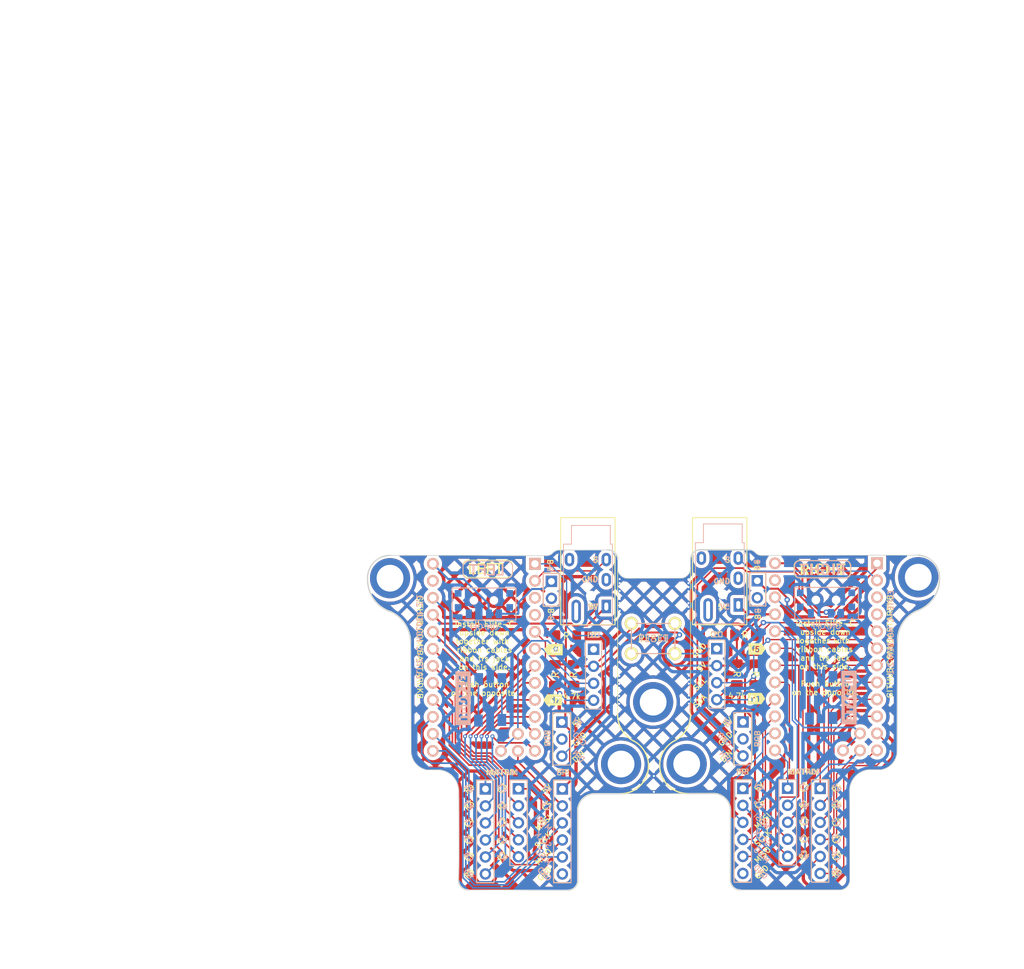
<source format=kicad_pcb>
(kicad_pcb (version 20221018) (generator pcbnew)
  (layers (0 "F.Cu" signal) (31 "B.Cu" signal) (34 "B.Paste" user) (35 "F.Paste" user) (36 "B.SilkS" user "B.Silkscreen") (37 "F.SilkS" user "F.Silkscreen") (38 "B.Mask" user) (39 "F.Mask" user) (44 "Edge.Cuts" user))
  (net 0 "")
  (net 2 "Rst")
  (net 4 "Rst2")
  (net 5 "rgb_r")
  (net 6 "rgb_l")
  (net 7 "ss_l")
  (net 8 "ss_r")
  (net 9 "col3_l")
  (net 10 "row1_l")
  (net 11 "col2_l")
  (net 12 "col1_l")
  (net 13 "row2_l")
  (net 14 "row4_l")
  (net 15 "row3_l")
  (net 16 "col4_l")
  (net 17 "col5_l")
  (net 18 "col6_l")
  (net 19 "row5_l")
  (net 20 "col3_r")
  (net 21 "row1_r")
  (net 22 "col2_r")
  (net 23 "col1_r")
  (net 24 "row2_r")
  (net 25 "row4_r")
  (net 26 "row3_r")
  (net 27 "col4_r")
  (net 28 "col5_r")
  (net 29 "col6_r")
  (net 30 "row5_r")
  (net 31 "GND")
  (net 32 "scl_l")
  (net 33 "sda_l")
  (net 34 "scl_r")
  (net 35 "sda_r")
  (net 36 "+5V")
  (net 37 "serial_r")
  (net 38 "miso_l")
  (net 39 "sc_l")
  (net 40 "mosi_l")
  (net 41 "miso_r")
  (net 42 "sc_r")
  (net 43 "mosi_r")
  (net 44 "split_hand_r")
  (net 45 "serial_l")
  (net 46 "bat_l")
  (net 47 "bat_r")
  (net 48 "split_hand_l")
  (net 49 "bat_sw_l")
  (net 50 "bat_sw_r")
  (footprint "Library:5_PinHeader" (layer "F.Cu") (at 226.182542 121.90952)
    (fp_text reference "J9" hide)
    (fp_text value "Ribbon")
  )
  (footprint "kbd:Breakaway_Tabs" (layer "F.Cu") (at 206.21 120.08 -90)
    (fp_text reference "REF**")
    (fp_text value "Breakaway_Tabs")
  )
  (footprint "kbd:Breakaway_Tabs" (layer "F.Cu") (at 201.1 93.05 -90)
    (fp_text reference "REF**")
    (fp_text value "Breakaway_Tabs")
  )
  (footprint "Library:6_PinHeader" (layer "F.Cu") (at 181.053575 122.008159)
    (fp_text reference "J12" hide)
    (fp_text value "Ribbon")
  )
  (footprint "Library:header1x03" (layer "F.Cu") (at 219.52 112.00452)
    (fp_text reference "J4" hide)
    (fp_text value "RGB")
  )
  (footprint "Library:header1x03" (layer "F.Cu") (at 192.476376 112.02816)
    (fp_text reference "J5" hide)
    (fp_text value "RGB")
  )
  (footprint "kibuzzard-61F01940" (layer "F.Cu") (at 228.5 119.417116)
    (fp_text reference "kibuzzard-61F01940" hide)
    (fp_text value "G***" hide)
  )
  (footprint "Library:MountingHole_4mm_Pad_thin" (layer "F.Cu") (at 201.310297 118.29082)
    (fp_text reference "H3" hide)
    (fp_text value "M4")
  )
  (footprint "kibuzzard-6208EE22" (layer "F.Cu") (at 191.206376 101.20816)
    (fp_text reference "kibuzzard-6208EE22" hide)
    (fp_text value "G***" hide)
  )
  (footprint "Library:PinHeader_1x04_P2.54mm_Vertical" (layer "F.Cu") (at 197.206376 101.15816)
    (fp_text reference "J13" hide)
    (fp_text value "serial")
  )
  (footprint "kibuzzard-620B8D91" (layer "F.Cu") (at 215.6 98.90952)
    (fp_text reference "kibuzzard-620B8D91" hide)
    (fp_text value "G***" hide)
  )
  (footprint "kbd:ResetSW_4P" (layer "F.Cu") (at 206.1 99.55)
    (fp_text reference "RSW1" hide)
    (fp_text value "Val**")
  )
  (footprint "Library:5_PinHeader" (layer "F.Cu") (at 185.986917 121.988159)
    (fp_text reference "J11" hide)
    (fp_text value "Ribbon")
  )
  (footprint "Library:R_1206_handsolder" (layer "F.Cu") (at 219.8 99.02952)
    (fp_text reference "R6" hide)
    (fp_text value "5.1k")
  )
  (footprint "kibuzzard-62094D1C" (layer "F.Cu") (at 191.106376 108.70816)
    (fp_text reference "kibuzzard-62094D1C" hide)
    (fp_text value "G***" hide)
  )
  (footprint "kbd:Breakaway_Tabs" (layer "F.Cu") (at 211.37 93.07 -90)
    (fp_text reference "REF**")
    (fp_text value "Breakaway_Tabs")
  )
  (footprint "Library:R_1206_handsolder" (layer "F.Cu") (at 221.35 104.85952 -90)
    (fp_text reference "R2" hide)
    (fp_text value "4.7k")
  )
  (footprint "Library:PinHeader_1x02_P2.54mm_Vertical" (layer "F.Cu") (at 190.912376 91.01316)
    (fp_text reference "J6" hide)
    (fp_text value "battery charge")
  )
  (footprint "Library:R_1206_handsolder" (layer "F.Cu") (at 194.206376 104.95816 -90)
    (fp_text reference "R1" hide)
    (fp_text value "5.1k")
  )
  (footprint "Library:MountingHole_4mm_Pad_thin" (layer "F.Cu") (at 211.11262 118.29218)
    (fp_text reference "H4" hide)
    (fp_text value "M4")
  )
  (footprint "Library:MountingHole_4mm_Pad_thin" (layer "F.Cu") (at 206.1 109.05)
    (fp_text reference "H3" hide)
    (fp_text value "M4")
  )
  (footprint "kibuzzard-61F019CB" (layer "F.Cu") (at 190.306376 114.43611 -90)
    (fp_text reference "kibuzzard-61F019CB" hide)
    (fp_text value "G***" hide)
  )
  (footprint "Library:6_PinHeader" (layer "F.Cu") (at 219.5 121.929519)
    (fp_text reference "J7" hide)
    (fp_text value "trackball")
  )
  (footprint "Library:MountingHole_4mm_Pad_thin" (layer "F.Cu") (at 245.68762 90.39218)
    (fp_text reference "H2" hide)
    (fp_text value "M4")
  )
  (footprint "kibuzzard-6208EFFE" (layer "F.Cu") (at 181.178687 89.087081)
    (fp_text reference "kibuzzard-6208EFFE" hide)
    (fp_text value "G***" hide)
  )
  (footprint "kibuzzard-61F01B61" (layer "F.Cu") (at 231.481898 89.199295)
    (fp_text reference "kibuzzard-61F01B61" hide)
    (fp_text value "G***" hide)
  )
  (footprint "kibuzzard-620B8D91" (layer "F.Cu") (at 197.206376 99.00816)
    (fp_text reference "kibuzzard-620B8D91" hide)
    (fp_text value "G***" hide)
  )
  (footprint "kibuzzard-61F01A92" (layer "F.Cu") (at 171.276376 100.80816 -90)
    (fp_text reference "kibuzzard-61F01A92" hide)
    (fp_text value "G***" hide)
  )
  (footprint "kbd:Breakaway_Tabs" (layer "F.Cu") (at 201.03 107.52 -90)
    (fp_text reference "REF**")
    (fp_text value "Breakaway_Tabs")
  )
  (footprint "Library:PinHeader_1x02_P2.54mm_Vertical" (layer "F.Cu") (at 221.65 90.92452)
    (fp_text reference "J3" hide)
    (fp_text value "battery charge")
  )
  (footprint "kibuzzard-62093EDE" (layer "F.Cu") (at 221.55 108.50952)
    (fp_text reference "kibuzzard-62093EDE" hide)
    (fp_text value "G***" hide)
  )
  (footprint "Library:PinHeader_1x04_P2.54mm_Vertical" (layer "F.Cu") (at 215.6 101.05952)
    (fp_text reference "J14" hide)
    (fp_text value "serial")
  )
  (footprint "kibuzzard-61F01957" (layer "F.Cu") (at 219.42 119.429519)
    (fp_text reference "kibuzzard-61F01957" hide)
    (fp_text value "G***" hide)
  )
  (footprint "kibuzzard-6208EDFE" (layer "F.Cu") (at 221.6 101.10952)
    (fp_text reference "kibuzzard-6208EDFE" hide)
    (fp_text value "G***" hide)
  )
  (footprint "kibuzzard-61F01940" (layer "F.Cu") (at 183.502576 119.495756)
    (fp_text reference "kibuzzard-61F01940" hide)
    (fp_text value "G***" hide)
  )
  (footprint "Library:R_1206_handsolder" (layer "F.Cu") (at 193.136376 99.17816)
    (fp_text reference "R5" hide)
    (fp_text value "5.1k")
  )
  (footprint "Library:R_1206_handsolder" (layer "F.Cu") (at 218.6 104.85952 -90)
    (fp_text reference "R4" hide)
    (fp_text value "4.7k")
  )
  (footprint "Library:MountingHole_4mm_Pad_thin" (layer "F.Cu") (at 166.810297 90.54082)
    (fp_text reference "H1" hide)
    (fp_text value "M4")
  )
  (footprint "kibuzzard-61F019CB" (layer "F.Cu") (at 221.65 114.50157 90)
    (fp_text reference "kibuzzard-61F019CB" hide)
    (fp_text value "G***" hide)
  )
  (footprint "kibuzzard-61F01A92" (layer "F.Cu") (at 241.45 100.70952 90)
    (fp_text reference "kibuzzard-61F01A92" hide)
    (fp_text value "G***" hide)
  )
  (footprint "kibuzzard-61F01957" (layer "F.Cu") (at 192.629775 119.508159)
    (fp_text reference "kibuzzard-61F01957" hide)
    (fp_text value "G***" hide)
  )
  (footprint "Library:R_1206_handsolder" (layer "F.Cu") (at 191.416376 104.95816 -90)
    (fp_text reference "R3" hide)
    (fp_text value "5.1k")
  )
  (footprint "kbd:Breakaway_Tabs" (layer "F.Cu") (at 211.43 107.48 -90)
    (fp_text reference "REF**")
    (fp_text value "Breakaway_Tabs")
  )
  (footprint "Library:6_PinHeader" (layer "F.Cu") (at 192.544065 122.008159)
    (fp_text reference "J8" hide)
    (fp_text value "trackball")
  )
  (footprint "Library:6_PinHeader" (layer "F.Cu") (at 231.039684 121.929519)
    (fp_text reference "J10" hide)
    (fp_text value "Ribbon")
  )
  (footprint "kibuzzard-61F01957" (layer "B.Cu") (at 192.649775 119.508159 180)
    (fp_text reference "kibuzzard-61F01957" hide)
    (fp_text value "G***" hide)
  )
  (footprint "kibuzzard-61F01C84" (layer "B.Cu") (at 235.35 108.35952 -90)
    (fp_text reference "kibuzzard-61F01C84" hide)
    (fp_text value "G***" hide)
  )
  (footprint "Library:power_switch_jumper" (layer "B.Cu") (at 233.4325 95.80952 90)
    (fp_text reference "JP1" hide)
    (fp_text value "Jumper_2_Open" hide)
  )
  (footprint "Library:SW_SPDT+H-MSK12C01_hor(7pin_SMD)" (layer "B.Cu") (at 180.826376 93.85816)
    (fp_text reference "SW4")
    (fp_text value "SW_SPDT")
  )
  (footprint "Library:power_switch_jumper" (layer "B.Cu") (at 182.388876 95.90816 90)
    (fp_text reference "JP2" hide)
    (fp_text value "Jumper_2_Open" hide)
  )
  (footprint "kibuzzard-61F019CB" (layer "B.Cu") (at 221.65 114.52952 -90)
    (fp_text reference "kibuzzard-61F019CB" hide)
    (fp_text value "G***" hide)
  )
  (footprint "Library:Elite-C" (layer "B.Cu") (at 180.826376 102.35816 -90)
    (fp_text reference "U2" hide)
    (fp_text value "eliteC" hide)
  )
  (footprint "kibuzzard-620B8D91" (layer "B.Cu") (at 197.206376 99.00816 180)
    (fp_text reference "kibuzzard-620B8D91" hide)
    (fp_text value "G***" hide)
  )
  (footprint "Library:Jack_3.5mm_PJ320E_Horizontal" (layer "B.Cu") (at 199.105297 94.76082 180)
    (fp_text reference "J2" hide)
    (fp_text value "Serial")
  )
  (footprint "Library:PushSwitch" (layer "B.Cu") (at 181.806376 108.70816 -90)
    (fp_text reference "SW2" hide)
    (fp_text value "SW_SPST")
  )
  (footprint "kibuzzard-620B8593" (layer "B.Cu") (at 231.85 97.70952 180)
    (fp_text reference "kibuzzard-620B8593" hide)
    (fp_text value "G***" hide)
  )
  (footprint "kibuzzard-620B8593" (layer "B.Cu") (at 180.706376 97.80816 180)
    (fp_text reference "kibuzzard-620B8593" hide)
    (fp_text value "G***" hide)
  )
  (footprint "kibuzzard-61F01C84" (layer "B.Cu") (at 177.706376 108.45816 90)
    (fp_text reference "kibuzzard-61F01C84" hide)
    (fp_text value "G***" hide)
  )
  (footprint "kibuzzard-6208EFFE" (layer "B.Cu") (at 181.178687 89.287081 180)
    (fp_text reference "kibuzzard-6208EFFE" hide)
    (fp_text value "G***" hide)
  )
  (footprint "kibuzzard-620B8D91" (layer "B.Cu") (at 215.6 98.90952 180)
    (fp_text reference "kibuzzard-620B8D91" hide)
    (fp_text value "G***" hide)
  )
  (footprint "Library:PushSwitch" (layer "B.Cu") (at 231.25 108.40952 -90)
    (fp_text reference "SW1" hide)
    (fp_text value "SW_SPST")
  )
  (footprint "Library:Elite-C" (layer "B.Cu") (at 231.91 102.27952 -90)
    (fp_text reference "U1" hide)
    (fp_text value "eliteC" hide)
  )
  (footprint "Library:Jack_3.5mm_PJ320E_Horizontal" (layer "B.Cu") (at 218.80262 94.53718 180)
    (fp_text reference "J1" hide)
    (fp_text value "Serial")
  )
  (footprint "kibuzzard-61F01940" (layer "B.Cu") (at 228.55 119.417116 180)
    (fp_text reference "kibuzzard-61F01940" hide)
    (fp_text value "G***" hide)
  )
  (footprint "Library:SW_SPDT+H-MSK12C01_hor(7pin_SMD)" (layer "B.Cu") (at 231.91 93.77952)
    (fp_text reference "SW3")
    (fp_text value "SW_SPDT")
  )
  (footprint "kibuzzard-61F01957" (layer "B.Cu") (at 219.5 119.429519 180)
    (fp_text reference "kibuzzard-61F01957" hide)
    (fp_text value "G***" hide)
  )
  (footprint "kibuzzard-61F01940" (layer "B.Cu") (at 183.552576 119.495756 180)
    (fp_text reference "kibuzzard-61F01940" hide)
    (fp_text value "G***" hide)
  )
  (footprint "kibuzzard-61F01B61" (layer "B.Cu") (at 231.301528 89.220274 180)
    (fp_text reference "kibuzzard-61F01B61" hide)
    (fp_text value "G***" hide)
  )
  (footprint "kibuzzard-61F019CB" (layer "B.Cu") (at 190.306376 114.40816 90)
    (fp_text reference "kibuzzard-61F019CB" hide)
    (fp_text value "G***" hide)
  )
  (gr_arc (start 228.004811 90.500598) (mid 227.461521 90.269841) (end 227.223922 89.72952) (stroke (width 0.15)) (layer "B.SilkS"))
  (gr_rect (start 227.25 91.90952) (end 236.75 96.70952) (stroke (width 0.15)) (fill none) (layer "B.SilkS"))
  (gr_line (start 185.099765 88.779241) (end 185.099765 89.798352) (stroke (width 0.12)) (layer "B.SilkS"))
  (gr_rect (start 220.52 89.71952) (end 222.92 94.66952) (stroke (width 0.15)) (fill none) (layer "B.SilkS"))
  (gr_arc (start 178.478687 90.579241) (mid 177.935429 90.348456) (end 177.697798 89.808163) (stroke (width 0.12)) (layer "B.SilkS"))
  (gr_line (start 234.845 87.92952) (end 228.02 87.92952) (stroke (width 0.15)) (layer "B.SilkS"))
  (gr_arc (start 184.318876 88.008163) (mid 184.862131 88.238941) (end 185.099765 88.779241) (stroke (width 0.12)) (layer "B.SilkS"))
  (gr_arc (start 185.099765 89.798352) (mid 184.860117 90.35029) (end 184.303687 90.579242) (stroke (width 0.12)) (layer "B.SilkS"))
  (gr_line (start 178.478687 90.579241) (end 184.303687 90.579241) (stroke (width 0.12)) (layer "B.SilkS"))
  (gr_line (start 177.697798 89.808163) (end 177.697798 88.789052) (stroke (width 0.12)) (layer "B.SilkS"))
  (gr_line (start 184.318876 88.008163) (end 178.493876 88.008162) (stroke (width 0.12)) (layer "B.SilkS"))
  (gr_arc (start 234.845 87.92952) (mid 235.388312 88.160264) (end 235.625889 88.700598) (stroke (width 0.15)) (layer "B.SilkS"))
  (gr_line (start 228.004811 90.500598) (end 234.829811 90.500599) (stroke (width 0.15)) (layer "B.SilkS"))
  (gr_line (start 235.625889 88.700598) (end 235.625889 89.719709) (stroke (width 0.15)) (layer "B.SilkS"))
  (gr_rect (start 176.106376 92.00816) (end 185.606376 96.80816) (stroke (width 0.15)) (fill none) (layer "B.SilkS"))
  (gr_arc (start 177.697798 88.789052) (mid 177.937456 88.237126) (end 178.493876 88.008162) (stroke (width 0.12)) (layer "B.SilkS"))
  (gr_line (start 227.223922 89.72952) (end 227.223922 88.710409) (stroke (width 0.15)) (layer "B.SilkS"))
  (gr_arc (start 227.223922 88.710409) (mid 227.463608 88.158535) (end 228.02 87.929519) (stroke (width 0.15)) (layer "B.SilkS"))
  (gr_rect (start 189.676376 89.80816) (end 192.076376 94.70816) (stroke (width 0.15)) (fill none) (layer "B.SilkS"))
  (gr_arc (start 235.625889 89.719709) (mid 235.386235 90.271635) (end 234.829811 90.500599) (stroke (width 0.15)) (layer "B.SilkS"))
  (gr_arc (start 211.691486 110.883269) (mid 211.063941 113.158742) (end 209.351486 114.783269) (stroke (width 0.2)) (layer "F.SilkS"))
  (gr_line (start 200.795788 110.913929) (end 200.805788 89.061095) (stroke (width 0.1)) (layer "F.SilkS"))
  (gr_rect (start 189.676376 89.80816) (end 192.076376 94.72816) (stroke (width 0.15)) (fill none) (layer "F.SilkS"))
  (gr_arc (start 203.135788 114.813929) (mid 205.290923 119.536958) (end 201.193803 122.725254) (stroke (width 0.2)) (layer "F.SilkS"))
  (gr_line (start 227.157537 89.69873) (end 227.157537 88.679619) (stroke (width 0.15)) (layer "F.SilkS"))
  (gr_line (start 227.953615 90.47962) (end 234.778615 90.479619) (stroke (width 0.15)) (layer "F.SilkS"))
  (gr_arc (start 235.559504 89.708541) (mid 235.321938 90.248912) (end 234.778615 90.479619) (stroke (width 0.15)) (layer "F.SilkS"))
  (gr_line (start 185.099765 88.617971) (end 185.099765 89.637082) (stroke (width 0.12)) (layer "F.SilkS"))
  (gr_arc (start 185.099765 89.637082) (mid 184.862117 90.177345) (end 184.318876 90.40816) (stroke (width 0.12)) (layer "F.SilkS"))
  (gr_rect (start 220.52 89.71952) (end 222.92 94.68952) (stroke (width 0.15)) (fill none) (layer "F.SilkS"))
  (gr_arc (start 184.303687 87.837081) (mid 184.860107 88.066077) (end 185.099765 88.617971) (stroke (width 0.12)) (layer "F.SilkS"))
  (gr_arc (start 211.293471 122.694594) (mid 207.196392 119.50629) (end 209.351486 114.783269) (stroke (width 0.2)) (layer "F.SilkS"))
  (gr_arc (start 178.493876 90.408161) (mid 177.937475 90.179155) (end 177.697798 89.627271) (stroke (width 0.12)) (layer "F.SilkS"))
  (gr_arc (start 177.697798 88.60816) (mid 177.935409 88.067823) (end 178.478687 87.837082) (stroke (width 0.12)) (layer "F.SilkS"))
  (gr_line (start 177.697798 89.627271) (end 177.697798 88.60816) (stroke (width 0.12)) (layer "F.SilkS"))
  (gr_line (start 184.303687 87.837081) (end 178.478687 87.837082) (stroke (width 0.12)) (layer "F.SilkS"))
  (gr_arc (start 227.157537 88.679619) (mid 227.395123 88.139283) (end 227.938426 87.908541) (stroke (width 0.15)) (layer "F.SilkS"))
  (gr_arc (start 227.953615 90.47962) (mid 227.397228 90.25059) (end 227.157537 89.69873) (stroke (width 0.15)) (layer "F.SilkS"))
  (gr_line (start 178.493876 90.40816) (end 184.318876 90.40816) (stroke (width 0.12)) (layer "F.SilkS"))
  (gr_rect (start 211.97762 81.49218) (end 220.08762 97.49218) (stroke (width 0.15)) (fill none) (layer "F.SilkS"))
  (gr_line (start 235.559504 88.68943) (end 235.559504 89.708541) (stroke (width 0.15)) (layer "F.SilkS"))
  (gr_rect (start 192.295297 81.49082) (end 200.405297 97.49082) (stroke (width 0.15)) (fill none) (layer "F.SilkS"))
  (gr_line (start 211.691486 110.883269) (end 211.681486 89.038893) (stroke (width 0.1)) (layer "F.SilkS"))
  (gr_arc (start 203.135788 114.813929) (mid 201.423339 113.189399) (end 200.795788 110.913929) (stroke (width 0.2)) (layer "F.SilkS"))
  (gr_arc (start 234.763426 87.90854) (mid 235.319832 88.137541) (end 235.559504 88.68943) (stroke (width 0.15)) (layer "F.SilkS"))
  (gr_line (start 234.763426 87.908541) (end 227.938426 87.908541) (stroke (width 0.15)) (layer "F.SilkS"))
  (gr_line (start 200.805788 87.793929) (end 200.805788 89.061095) (stroke (width 0.1)) (layer "Edge.Cuts"))
  (gr_line (start 235.446291 125.584523) (end 235.42 122.12952) (stroke (width 0.1)) (layer "Edge.Cuts"))
  (gr_arc (start 222.311303 87.14258) (mid 221.78253 87.032872) (end 221.35 86.70952) (stroke (width 0.1)) (layer "Edge.Cuts"))
  (gr_arc (start 242.580005 99.981986) (mid 243.311168 97.287659) (end 245.396951 95.431986) (stroke (width 0.2)) (layer "Edge.Cuts"))
  (gr_line (start 174.138408 119.16018) (end 172.267274 119.16018) (stroke (width 0.1)) (layer "Edge.Cuts"))
  (gr_line (start 240.22 119.12952) (end 238.348866 119.12952) (stroke (width 0.1)) (layer "Edge.Cuts"))
  (gr_line (start 235.458072 132.334511) (end 235.459392 135.589661) (stroke (width 0.1)) (layer "Edge.Cuts"))
  (gr_line (start 201.193803 122.725254) (end 211.293471 122.694594) (stroke (width 0.1)) (layer "Edge.Cuts"))
  (gr_line (start 219.125358 137.091882) (end 223.30762 137.09218) (stroke (width 0.1)) (layer "Edge.Cuts"))
  (gr_arc (start 194.83445 135.673573) (mid 194.398774 136.703538) (end 193.361916 137.122542) (stroke (width 0.2)) (layer "Edge.Cuts"))
  (gr_line (start 177.112266 132.433153) (end 177.043924 135.617413) (stroke (width 0.1)) (layer "Edge.Cuts"))
  (gr_line (start 190.175971 87.17324) (end 183.320297 87.17082) (stroke (width 0.1)) (layer "Edge.Cuts"))
  (gr_line (start 211.293471 122.694594) (end 215.123949 122.685571) (stroke (width 0.2)) (layer "Edge.Cuts"))
  (gr_arc (start 245.655648 87.103616) (mid 247.990354 88.184827) (end 248.850942 90.60952) (stroke (width 0.2)) (layer "Edge.Cuts"))
  (gr_line (start 242.52 116.22952) (end 242.580005 99.981986) (stroke (width 0.1)) (layer "Edge.Cuts"))
  (gr_arc (start 242.52 116.22952) (mid 241.901337 118.100932) (end 240.22 119.12952) (stroke (width 0.1)) (layer "Edge.Cuts"))
  (gr_arc (start 163.456376 90.70816) (mid 164.37392 88.193919) (end 166.831626 87.134276) (stroke (width 0.2)) (layer "Edge.Cuts"))
  (gr_arc (start 248.850942 90.60952) (mid 247.914965 93.587303) (end 245.396951 95.431986) (stroke (width 0.2)) (layer "Edge.Cuts"))
  (gr_line (start 194.823325 125.256231) (end 194.83445 135.673573) (stroke (width 0.2)) (layer "Edge.Cuts"))
  (gr_line (start 211.681486 87.763269) (end 211.681486 89.038893) (stroke (width 0.1)) (layer "Edge.Cuts"))
  (gr_arc (start 174.138408 119.16018) (mid 176.162811 120.113486) (end 177.067274 122.16018) (stroke (width 0.1)) (layer "Edge.Cuts"))
  (gr_line (start 178.505923 137.093534) (end 184.410297 137.09082) (stroke (width 0.1)) (layer "Edge.Cuts"))
  (gr_line (start 193.361916 137.122542) (end 189.140297 137.12082) (stroke (width 0.1)) (layer "Edge.Cuts"))
  (gr_line (start 223.30762 137.09218) (end 233.959661 137.090269) (stroke (width 0.1)) (layer "Edge.Cuts"))
  (gr_arc (start 235.459392 135.589661) (mid 235.020362 136.650619) (end 233.959661 137.090269) (stroke (width 0.1)) (layer "Edge.Cuts"))
  (gr_arc (start 220.45 86.30952) (mid 220.937198 86.425825) (end 221.35 86.70952) (stroke (width 0.1)) (layer "Edge.Cuts"))
  (gr_arc (start 191.137274 86.74018) (mid 190.70473 87.063496) (end 190.175971 87.17324) (stroke (width 0.1)) (layer "Edge.Cuts"))
  (gr_line (start 220.45 86.30952) (end 213.131486 86.293269) (stroke (width 0.2)) (layer "Edge.Cuts"))
  (gr_line (start 202.310017 90.561089) (end 210.185715 90.538887) (stroke (width 0.1)) (layer "Edge.Cuts"))
  (gr_arc (start 166.910367 95.530626) (mid 164.392304 93.685974) (end 163.456376 90.70816) (stroke (width 0.2)) (layer "Edge.Cuts"))
  (gr_arc (start 172.267274 119.16018) (mid 170.585914 118.131605) (end 169.967274 116.26018) (stroke (width 0.1)) (layer "Edge.Cuts"))
  (gr_line (start 192.037274 86.34018) (end 199.355788 86.323929) (stroke (width 0.1)) (layer "Edge.Cuts"))
  (gr_line (start 169.967274 116.26018) (end 169.890833 100.080626) (stroke (width 0.1)) (layer "Edge.Cuts"))
  (gr_line (start 177.067274 122.16018) (end 177.100485 125.683165) (stroke (width 0.1)) (layer "Edge.Cuts"))
  (gr_arc (start 211.681486 87.763269) (mid 212.104893 86.730776) (end 213.131486 86.293269) (stroke (width 0.2)) (layer "Edge.Cuts"))
  (gr_line (start 217.652824 135.642913) (end 217.663949 125.225571) (stroke (width 0.2)) (layer "Edge.Cuts"))
  (gr_arc (start 191.137274 86.74018) (mid 191.550075 86.456476) (end 192.037274 86.34018) (stroke (width 0.1)) (layer "Edge.Cuts"))
  (gr_arc (start 166.910367 95.530626) (mid 169.062627 97.371966) (end 169.890833 100.080626) (stroke (width 0.2)) (layer "Edge.Cuts"))
  (gr_line (start 197.363325 122.716231) (end 201.193803 122.725254) (stroke (width 0.2)) (layer "Edge.Cuts"))
  (gr_line (start 166.831626 87.134276) (end 178.560297 87.13082) (stroke (width 0.1)) (layer "Edge.Cuts"))
  (gr_arc (start 211.681486 89.038893) (mid 211.24364 90.098057) (end 210.185715 90.538887) (stroke (width 0.1)) (layer "Edge.Cuts"))
  (gr_arc (start 219.125358 137.091882) (mid 218.088468 136.672895) (end 217.652824 135.642913) (stroke (width 0.2)) (layer "Edge.Cuts"))
  (gr_line (start 184.410297 137.09082) (end 189.140297 137.12082) (stroke (width 0.1)) (layer "Edge.Cuts"))
  (gr_line (start 229.34762 87.13218) (end 234.38762 87.11218) (stroke (width 0.1)) (layer "Edge.Cuts"))
  (gr_arc (start 215.123949 122.685571) (mid 216.920015 123.429524) (end 217.663949 125.225571) (stroke (width 0.2)) (layer "Edge.Cuts"))
  (gr_line (start 235.446291 125.584523) (end 235.458072 132.334511) (stroke (width 0.1)) (layer "Edge.Cuts"))
  (gr_line (start 177.112266 132.433153) (end 177.100485 125.683165) (stroke (width 0.1)) (layer "Edge.Cuts"))
  (gr_arc (start 235.42 122.12952) (mid 236.324514 120.08289) (end 238.348866 119.12952) (stroke (width 0.1)) (layer "Edge.Cuts"))
  (gr_line (start 245.655648 87.103616) (end 234.38762 87.11218) (stroke (width 0.1)) (layer "Edge.Cuts"))
  (gr_arc (start 178.505923 137.093534) (mid 177.467212 136.660218) (end 177.043924 135.617413) (stroke (width 0.2)) (layer "Edge.Cuts"))
  (gr_arc (start 199.355788 86.323929) (mid 200.38231 86.761491) (end 200.805788 87.793929) (stroke (width 0.2)) (layer "Edge.Cuts"))
  (gr_line (start 222.311303 87.14258) (end 229.34762 87.13218) (stroke (width 0.1)) (layer "Edge.Cuts"))
  (gr_line (start 178.560297 87.13082) (end 183.320297 87.17082) (stroke (width 0.1)) (layer "Edge.Cuts"))
  (gr_arc (start 202.310017 90.561089) (mid 201.246634 90.123245) (end 200.805788 89.061095) (stroke (width 0.1)) (layer "Edge.Cuts"))
  (gr_arc (start 194.823325 125.256231) (mid 195.567301 123.460212) (end 197.363325 122.716231) (stroke (width 0.2)) (layer "Edge.Cuts"))
  (gr_text "ELITE-C HOLDER 2.1" (at 241.6 98.65952 90) (layer "B.SilkS") (effects (font (size 0.8 0.8)) (justify mirror)))
  (gr_text "R4" (at 178.576376 121.96816 -45) (layer "B.SilkS") (effects (font (size 0.8 0.8)) (justify mirror)))
  (gr_text "C2" (at 183.552576 127.02816 -45) (layer "B.SilkS") (effects (font (size 0.8 0.8)) (justify mirror)))
  (gr_text "C4" (at 178.576376 127.04816 -45) (layer "B.SilkS") (effects (font (size 0.8 0.8)) (justify mirror)))
  (gr_text "R4" (at 233.4438 121.869521 -45) (layer "B.SilkS") (effects (font (size 0.8 0.8)) (justify mirror)))
  (gr_text "C6" (at 233.4438 132.029521 -45) (layer "B.SilkS") (effects (font (size 0.8 0.8)) (justify mirror)))
  (gr_text "R5" (at 233.4438 134.569521 -45) (layer "B.SilkS") (effects (font (size 0.8 0.8)) (justify mirror)))
  (gr_text "R2" (at 183.552576 132.10816 -45) (layer "B.SilkS") (effects (font (size 0.8 0.8)) (justify mirror)))
  (gr_text "C6" (at 178.576376 132.12816 -45) (layer "B.SilkS") (effects (font (size 0.8 0.8)) (justify mirror)))
  (gr_text "R5" (at 178.550976 134.662218 -45) (layer "B.SilkS") (effects (font (size 0.8 0.8)) (justify mirror)))
  (gr_text "GND" (at 216.334762 90.98952) (layer "B.SilkS") (effects (font (size 0.8 0.8)) (justify mirror)))
  (gr_text "B-" (at 190.806376 96.00816 270) (layer "B.SilkS") (effects (font (size 0.8 0.8)) (justify mirror)))
  (gr_text "GND" (at 196.621138 90.75816) (layer "B.SilkS") (effects (font (size 0.8 0.8)) (justify mirror)))
  (gr_text "GND" (at 222.138375 134.429519 -45) (layer "B.SilkS") (effects (font (size 0.8 0.8)) (justify mirror)))
  (gr_text "C1" (at 228.6 129.389519 -45) (layer "B.SilkS") (effects (font (size 0.8 0.8)) (justify mirror)))
  (gr_text "GND" (at 195.106376 114.56816 -45) (layer "B.SilkS") (effects (font (size 0.8 0.8)) (justify mirror)))
  (gr_text "GND" (at 216.749814 114.64952 -45) (layer "B.SilkS") (effects (font (size 0.8 0.8)) (justify mirror)))
  (gr_text "R1" (at 183.552576 124.48816 -45) (layer "B.SilkS") (effects (font (size 0.8 0.8)) (justify mirror)))
  (gr_text "5V" (at 221.788189 121.729519 -45) (layer "B.SilkS") (effects (font (size 0.8 0.8)) (justify mirror)))
  (gr_text "5V" (at 197.116376 94.85816) (layer "B.SilkS") (effects (font (size 0.8 0.8)) (justify mirror)))
  (gr_text "R1" (at 228.6 124.309519 -45) (layer "B.SilkS") (effects (font (size 0.8 0.8)) (justify mirror)))
  (gr_text "C5" (at 178.576376 129.58816 -45) (layer "B.SilkS") (effects (font (size 0.8 0.8)) (justify mirror)))
  (gr_text "C4" (at 233.4438 126.949521 -45) (layer "B.SilkS") (effects (font (size 0.8 0.8)) (justify mirror)))
  (gr_text "ELITE-C HOLDER 2.1" (at 171.156376 99.25816 270) (layer "B.SilkS") (effects (font (size 0.8 0.8)) (justify mirror)))
  (gr_text "DIN" (at 216.89797 117.18952 -45) (layer "B.SilkS") (effects (font (size 0.8 0.8)) (justify mirror)))
  (gr_text "5V" (at 217.1 112.10952 -45) (layer "B.SilkS") (effects (font (size 0.8 0.8)) (justify mirror)))
  (gr_text "MOSI" (at 189.702576 127.088158 -45) (layer "B.SilkS") (effects (font (size 0.8 0.8)) (justify mirror)))
  (gr_text "GND" (at 189.8642 134.708159 -45) (layer "B.SilkS") (effects (font (size 0.8 0.8)) (justify mirror)))
  (gr_text "R3" (at 233.4438 124.409521 -45) (layer "B.SilkS") (effects (font (size 0.8 0.8)) (justify mirror)))
  (gr_text "S" (at 197.459233 87.85816) (layer "B.SilkS") (effects (font (size 0.8 0.8)) (justify mirror)))
  (gr_text "S" (at 217.172857 87.78952) (layer "B.SilkS") (effects (font (size 0.8 0.8)) (justify mirror)))
  (gr_text "MISO" (at 189.702576 132.168158 -45) (layer "B.SilkS") (effects (font (size 0.8 0.8)) (justify mirror)))
  (gr_text "5V" (at 216.83 94.78952) (layer "B.SilkS") (effects (font (size 0.8 0.8)) (justify mirror)))
  (gr_text "CS" (at 190.17398 124.548159 -45) (layer "B.SilkS") (effects (font (size 0.8 0.8)) (justify mirror)))
  (gr_text "MOSI" (at 222.3 126.809518 -45) (layer "B.SilkS") (effects (font (size 0.8 0.8)) (justify mirror)))
  (gr_text "MISO" (at 222.3 131.889518 -45) (layer "B.SilkS") (effects (font (size 0.8 0.8)) (justify mirror)))
  (gr_text "R2" (at 228.6 131.929519 -45) (layer "B.SilkS") (effects (font (size 0.8 0.8)) (justify mirror)))
  (gr_text "C3" (at 183.552576 121.94816 -45) (layer "B.SilkS") (effects (font (size 0.8 0.8)) (justify mirror)))
  (gr_text "C3" (at 228.6 121.769519 -45) (layer "B.SilkS") (effects (font (size 0.8 0.8)) (justify mirror)))
  (gr_text "R3" (at 178.576376 124.50816 -45) (layer "B.SilkS") (effects (font (size 0.8 0.8)) (justify mirror)))
  (gr_text "C1" (at 183.552576 129.56816 -45) (layer "B.SilkS") (effects (font (size 0.8 0.8)) (justify mirror)))
  (gr_text "CS" (at 221.828595 124.269519 -45) (layer "B.SilkS") (effects (font (size 0.8 0.8)) (justify mirror)))
  (gr_text "B-" (at 221.75 95.90952 90) (layer "B.SilkS") (effects (font (size 0.8 0.8)) (justify mirror)))
  (gr_text "5V" (at 190.214386 122.008159 -45) (layer "B.SilkS") (effects (font (size 0.8 0.8)) (justify mirror)))
  (gr_text "DIN" (at 194.958221 117.10816 -45) (layer "B.SilkS") (effects (font (size 0.8 0.8)) (justify mirror)))
  (gr_text "SCLK" (at 189.66217 129.628158 -45) (layer "B.SilkS") (effects (font (size 0.8 0.8)) (justify mirror)))
  (gr_text "C2" (at 228.6 126.849519 -45) (layer "B.SilkS") (effects (font (size 0.8 0.8)) (justify mirror)))
  (gr_text "B+" (at 190.706376 88.70816 -90) (layer "B.SilkS") (effects (font (size 0.8 0.8)) (justify mirror)))
  (gr_text "C5" (at 233.4438 129.489521 -45) (layer "B.SilkS") (effects (font (size 0.8 0.8)) (justify mirror)))
  (gr_text "5V" (at 194.75619 112.02816 -45) (layer "B.SilkS") (effects (font (size 0.8 0.8)) (justify mirror)))
  (gr_text "SCLK" (at 222.340406 129.349518 -45) (layer "B.SilkS") (effects (font (size 0.8 0.8)) (justify mirror)))
  (gr_text "B+" (at 221.65 88.60952 90) (layer "B.SilkS") (effects (font (size 0.8 0.8)) (justify mirror)))
  (gr_text "MISO" (at 222.459594 131.889519 45) (layer "F.SilkS") (effects (font (size 0.8 0.8))))
  (gr_text "R3" (at 233.52 124.40952 45) (layer "F.SilkS") (effects (font (size 0.8 0.8))))
  (gr_text "5V" (at 213.369374 103.819521 45) (layer "F.SilkS") (effects (font (size 0.8 0.8))))
  (gr_text "GND" (at 213.019188 101.279521 45) (layer "F.SilkS") (effects (font (size 0.8 0.8))))
  (gr_text "R4" (at 178.652576 121.968161 45) (layer "F.SilkS") (effects (font (size 0.8 0.8))))
  (gr_text "C2" (at 228.6254 126.84952 45) (layer "F.SilkS") (effects (font (size 0.8 0.8))))
  (gr_text "B-" (at 190.806376 95.90816 -90) (layer "F.SilkS") (effects (font (size 0.8 0.8))))
  (gr_text "SCLK" (at 189.68757 129.628159 45) (layer "F.SilkS") (effects (font (size 0.8 0.8))))
  (gr_text "C2" (at 183.577976 127.028161 45) (layer "F.SilkS") (effects (font (size 0.8 0.8))))
  (gr_text "B+" (at 221.65 88.50952 90) (layer "F.SilkS") (effects (font (size 0.8 0.8))))
  (gr_text "C4" (at 233.52 126.94952 45) (layer "F.SilkS") (effects (font (size 0.8 0.8))))
  (gr_text "DIN" (at 194.958221 117.15916 45) (layer "F.SilkS") (effects (font (size 0.8 0.8))))
  (gr_text "R2" (at 228.6254 131.92952 45) (layer "F.SilkS") (effects (font (size 0.8 0.8))))
  (gr_text "5V" (at 216.461953 94.81952) (layer "F.SilkS") (effects (font (size 0.8 0.8))))
  (gr_text "SDA" (at 213.086531 108.89952 45) (layer "F.SilkS") (effects (font (size 0.8 0.8))))
  (gr_text "GND" (at 189.8896 134.70816 45) (layer "F.SilkS") (effects (font (size 0.8 0.8))))
  (gr_text "R1" (at 228.6254 124.30952 45) (layer "F.SilkS") (effects (font (size 0.8 0.8))))
  (gr_text "5V" (at 197.173519 94.78816) (layer "F.SilkS") (effects (font (size 0.8 0.8))))
  (gr_text "MOSI" (at 189.727976 127.088159 45) (layer "F.SilkS") (effects (font (size 0.8 0.8))))
  (gr_text "GND" (at 222.297969 134.42952 45) (layer "F.SilkS") (effects (font (size 0.8 0.8))))
  (gr_text "C6" (at 178.652576 132.128161 45) (layer "F.SilkS") (effects (font (size 0.8 0.8))))
  (gr_text "SCLK" (at 222.5 129.349519 45) (layer "F.SilkS") (effects (font (size 0.8 0.8))))
  (gr_text "R4" (at 233.52 121.86952 45) (layer "F.SilkS") (effects (font (size 0.8 0.8))))
  (gr_text "C5" (at 178.652576 129.588161 45) (layer "F.SilkS") (effects (font (size 0.8 0.8))))
  (gr_text "C1" (at 183.577976 129.568161 45) (layer "F.SilkS") (effects (font (size 0.8 0.8))))
  (gr_text "5V" (at 221.947783 121.72952 45) (layer "F.SilkS") (effects (font (size 0.8 0.8))))
  (gr_text "MISO" (at 189.727976 132.168159 45) (layer "F.SilkS") (effects (font (size 0.8 0.8))))
  (gr_text "R3" (at 178.652576 124.508161 45) (layer "F.SilkS") (effects (font (size 0.8 0.8))))
  (gr_text "S" (at 197.516376 87.78816) (layer "F.SilkS") (effects (font (size 0.8 0.8))))
  (gr_text "B+" (at 190.706376 88.60816 270) (layer "F.SilkS") (effects (font (size 0.8 0.8))))
  (gr_text "C3" (at 183.577976 121.948161 45) (layer "F.SilkS") (effects (font (size 0.8 0.8))))
  (gr_text "SCL" (at 213.1 106.35952 45) (layer "F.SilkS") (effects (font (size 0.8 0.8))))
  (gr_text "R5" (at 233.5454 134.563578 45) (layer "F.SilkS") (effects (font (size 0.8 0.8))))
  (gr_text "GND" (at 195.106376 114.60816 45) (layer "F.SilkS") (effects (font (size 0.8 0.8))))
  (gr_text "Install Elite-C\nupside down\ntogether with \nribbon cables\nand trs jack\non this side.\n\nPush button\non the opposite." (at 231.8 102.443133) (layer "F.SilkS") (effects (font (size 0.8 0.8))))
  (gr_text "GND" (at 216.385762 91.01952) (layer "F.SilkS") (effects (font (size 0.8 0.8))))
  (gr_text "4.7k" (at 193.956376 108.20816) (layer "F.SilkS") (effects (font (size 0.8 0.8))))
  (gr_text "C5" (at 233.52 129.48952 45) (layer "F.SilkS") (effects (font (size 0.8 0.8))))
  (gr_text "GND" (at 216.905533 114.55952 45) (layer "F.SilkS") (effects (font (size 0.8 0.8))))
  (gr_text "5V" (at 194.75619 112.07916 45) (layer "F.SilkS") (effects (font (size 0.8 0.8))))
  (gr_text "MOSI" (at 222.459594 126.809519 45) (layer "F.SilkS") (effects (font (size 0.8 0.8))))
  (gr_text "DIN" (at 217.053689 117.11052 45) (layer "F.SilkS") (effects (font (size 0.8 0.8))))
  (gr_text "5V" (at 190.239786 122.00816 45) (layer "F.SilkS") (effects (font (size 0.8 0.8))))
  (gr_text "C3" (at 228.6254 121.76952 45) (layer "F.SilkS") (effects (font (size 0.8 0.8))))
  (gr_text "R1" (at 183.577976 124.488161 45) (layer "F.SilkS") (effects (font (size 0.8 0.8))))
  (gr_text "S" (at 217.223857 87.81952) (layer "F.SilkS") (effects (font (size 0.8 0.8))))
  (gr_text "Install Elite-C\nupside down\ntogether with \nribbon cables\nand trs jack\non this side.\n\nPush button\non the opposite." (at 180.906376 102.541773) (layer "F.SilkS") (effects (font (size 0.8 0.8))))
  (gr_text "B-" (at 221.75 95.80952 90) (layer "F.SilkS") (effects (font (size 0.8 0.8))))
  (gr_text "C4" (at 178.652576 127.048161 45) (layer "F.SilkS") (effects (font (size 0.8 0.8))))
  (gr_text "R2" (at 183.577976 132.108161 45) (layer "F.SilkS") (effects (font (size 0.8 0.8))))
  (gr_text "CS" (at 190.19938 124.54816 45) (layer "F.SilkS") (effects (font (size 0.8 0.8))))
  (gr_text "5V" (at 217.255719 112.03052 45) (layer "F.SilkS") (effects (font (size 0.8 0.8))))
  (gr_text "R5" (at 178.652576 134.668161 45) (layer "F.SilkS") (effects (font (size 0.8 0.8))))
  (gr_text "GND" (at 196.678281 90.68816) (layer "F.SilkS") (effects (font (size 0.8 0.8))))
  (gr_text "4.7k" (at 218.6 108.10952) (layer "F.SilkS") (effects (font (size 0.8 0.8))))
  (gr_text "C1" (at 228.6254 129.38952 45) (layer "F.SilkS") (effects (font (size 0.8 0.8))))
  (gr_text "C6" (at 233.52 132.02952 45) (layer "F.SilkS") (effects (font (size 0.8 0.8))))
  (gr_text "CS" (at 221.988189 124.26952 45) (layer "F.SilkS") (effects (font (size 0.8 0.8))))
  (segment (start 202.85 98.054537) (end 198.037227 102.86731) (width 0.25) (layer "F.Cu") (net 0))
  (segment (start 202.85 97.3) (end 202.85 98.054537) (width 0.25) (layer "F.Cu") (net 0))
  (segment (start 209.35 97.3) (end 213.10952 101.05952) (width 0.25) (layer "B.Cu") (net 0))
  (segment (start 214.425 101.05952) (end 213.68452 101.8) (width 0.25) (layer "B.Cu") (net 0))
  (segment (start 213.10952 101.05952) (end 214.425 101.05952) (width 0.25) (layer "B.Cu") (net 0))
  (segment (start 213.68452 101.8) (end 209.35 101.8) (width 0.25) (layer "B.Cu") (net 0))
  (segment (start 229.5 105.30952) (end 229.5 111.45952) (width 0.2) (layer "B.Cu") (net 2))
  (segment (start 229.5 98.59952) (end 229.5 105.30952) (width 0.2) (layer "B.Cu") (net 2))
  (segment (start 229.5 111.45952) (end 229.45 111.50952) (width 0.2) (layer "B.Cu") (net 2))
  (segment (start 224.29 93.38952) (end 229.5 98.59952) (width 0.2) (layer "B.Cu") (net 2))
  (segment (start 175.011376 95.27316) (end 173.206376 93.46816) (width 0.25) (layer "B.Cu") (net 4))
  (segment (start 180.056376 105.60816) (end 175.011376 100.56316) (width 0.25) (layer "B.Cu") (net 4))
  (segment (start 175.011376 100.56316) (end 175.011376 95.27316) (width 0.25) (layer "B.Cu") (net 4))
  (segment (start 180.006376 111.80816) (end 180.006376 105.65816) (width 0.25) (layer "B.Cu") (net 4))
  (segment (start 180.006376 105.65816) (end 180.056376 105.60816) (width 0.25) (layer "B.Cu") (net 4))
  (segment (start 227.905 93.076967) (end 231.162553 96.33452) (width 0.25) (layer "F.Cu") (net 5))
  (segment (start 227.228248 89.56952) (end 227.905 90.246272) (width 0.25) (layer "F.Cu") (net 5))
  (segment (start 227.905 90.246272) (end 227.905 93.076967) (width 0.25) (layer "F.Cu") (net 5))
  (segment (start 219.52 117.08452) (end 212.7 110.26452) (width 0.25) (layer "F.Cu") (net 5))
  (segment (start 219.5 89.02952) (end 220.04 89.56952) (width 0.25) (layer "F.Cu") (net 5))
  (segment (start 212.7 110.26452) (end 212.7 91.55952) (width 0.25) (layer "F.Cu") (net 5))
  (segment (start 232.250305 96.33452) (end 239.53 89.054825) (width 0.25) (layer "F.Cu") (net 5))
  (segment (start 212.7 91.55952) (end 215.23 89.02952) (width 0.25) (layer "F.Cu") (net 5))
  (segment (start 231.162553 96.33452) (end 232.250305 96.33452) (width 0.25) (layer "F.Cu") (net 5))
  (segment (start 239.53 89.054825) (end 239.53 88.30952) (width 0.25) (layer "F.Cu") (net 5))
  (segment (start 220.04 89.56952) (end 227.228248 89.56952) (width 0.25) (layer "F.Cu") (net 5))
  (segment (start 215.23 89.02952) (end 219.5 89.02952) (width 0.25) (layer "F.Cu") (net 5))
  (segment (start 193.176376 97.75816) (end 193.176376 90.978138) (width 0.2) (layer "B.Cu") (net 6))
  (segment (start 194.526376 99.10816) (end 193.176376 97.75816) (width 0.2) (layer "B.Cu") (net 6))
  (segment (start 198.976376 110.60816) (end 198.976376 99.77816) (width 0.2) (layer "B.Cu") (net 6))
  (segment (start 198.306376 99.10816) (end 194.526376 99.10816) (width 0.2) (layer "B.Cu") (net 6))
  (segment (start 193.176376 90.978138) (end 190.586398 88.38816) (width 0.2) (layer "B.Cu") (net 6))
  (segment (start 190.586398 88.38816) (end 188.446376 88.38816) (width 0.2) (layer "B.Cu") (net 6))
  (segment (start 198.976376 99.77816) (end 198.306376 99.10816) (width 0.2) (layer "B.Cu") (net 6))
  (segment (start 192.476376 117.10816) (end 198.976376 110.60816) (width 0.2) (layer "B.Cu") (net 6))
  (segment (start 228.78 131.84952) (end 226.99 133.63952) (width 0.25) (layer "B.Cu") (net 7))
  (segment (start 232.440317 118.329203) (end 228.78 121.98952) (width 0.25) (layer "B.Cu") (net 7))
  (segment (start 234.910317 118.329203) (end 232.440317 118.329203) (width 0.25) (layer "B.Cu") (net 7))
  (segment (start 220.86 125.829519) (end 219.5 124.469519) (width 0.25) (layer "B.Cu") (net 7))
  (segment (start 224.82 133.63952) (end 220.86 129.67952) (width 0.25) (layer "B.Cu") (net 7))
  (segment (start 236.99 116.24952) (end 234.910317 118.329203) (width 0.25) (layer "B.Cu") (net 7))
  (segment (start 220.86 129.67952) (end 220.86 125.829519) (width 0.25) (layer "B.Cu") (net 7))
  (segment (start 228.78 121.98952) (end 228.78 131.84952) (width 0.25) (layer "B.Cu") (net 7))
  (segment (start 226.99 133.63952) (end 224.82 133.63952) (width 0.25) (layer "B.Cu") (net 7))
  (segment (start 185.906376 117.91047) (end 185.906376 116.32816) (width 0.25) (layer "F.Cu") (net 8))
  (segment (start 192.544065 124.548159) (end 185.906376 117.91047) (width 0.25) (layer "F.Cu") (net 8))
  (segment (start 226.182542 121.90952) (end 226.182542 117.977056) (width 0.2) (layer "B.Cu") (net 9))
  (segment (start 224.455006 116.24952) (end 224.29 116.24952) (width 0.2) (layer "B.Cu") (net 9))
  (segment (start 226.182542 117.977056) (end 224.455006 116.24952) (width 0.2) (layer "B.Cu") (net 9))
  (segment (start 225.56 98.46952) (end 224.29 98.46952) (width 0.2) (layer "B.Cu") (net 10))
  (segment (start 226.182542 124.416978) (end 227.62 122.97952) (width 0.2) (layer "B.Cu") (net 10))
  (segment (start 227.62 112.48056) (end 226.89 111.75056) (width 0.2) (layer "B.Cu") (net 10))
  (segment (start 226.182542 124.44952) (end 226.182542 124.416978) (width 0.2) (layer "B.Cu") (net 10))
  (segment (start 226.89 99.79952) (end 225.56 98.46952) (width 0.2) (layer "B.Cu") (net 10))
  (segment (start 226.89 111.75056) (end 226.89 99.79952) (width 0.2) (layer "B.Cu") (net 10))
  (segment (start 227.62 122.97952) (end 227.62 112.48056) (width 0.2) (layer "B.Cu") (net 10))
  (segment (start 226.182542 126.98952) (end 226.2 126.98952) (width 0.2) (layer "F.Cu") (net 11))
  (segment (start 228.47 102.58952) (end 226.89 101.00952) (width 0.2) (layer "F.Cu") (net 11))
  (segment (start 228.47 124.71952) (end 228.47 102.58952) (width 0.2) (layer "F.Cu") (net 11))
  (segment (start 226.2 126.98952) (end 228.47 124.71952) (width 0.2) (layer "F.Cu") (net 11))
  (segment (start 226.89 101.00952) (end 224.29 101.00952) (width 0.2) (layer "F.Cu") (net 11))
  (segment (start 227.68 123.22952) (end 227.83 123.07952) (width 0.2) (layer "F.Cu") (net 12))
  (segment (start 224.81952 123.67) (end 225.26 123.22952) (width 0.2) (layer "F.Cu") (net 12))
  (segment (start 225.26 123.22952) (end 227.68 123.22952) (width 0.2) (layer "F.Cu") (net 12))
  (segment (start 227.83 123.07952) (end 227.83 103.54952) (width 0.2) (layer "F.Cu") (net 12))
  (segment (start 224.81952 128.166498) (end 224.81952 123.67) (width 0.2) (layer "F.Cu") (net 12))
  (segment (start 227.83 103.54952) (end 224.29 103.54952) (width 0.2) (layer "F.Cu") (net 12))
  (segment (start 226.182542 129.52952) (end 224.81952 128.166498) (width 0.2) (layer "F.Cu") (net 12))
  (segment (start 226.45 118.96952) (end 226.45 106.52952) (width 0.2) (layer "F.Cu") (net 13))
  (segment (start 226.182542 132.06952) (end 224.42 130.306978) (width 0.2) (layer "F.Cu") (net 13))
  (segment (start 224.42 130.306978) (end 224.42 120.99952) (width 0.2) (layer "F.Cu") (net 13))
  (segment (start 226.45 106.52952) (end 226.01 106.08952) (width 0.2) (layer "F.Cu") (net 13))
  (segment (start 224.42 120.99952) (end 226.45 118.96952) (width 0.2) (layer "F.Cu") (net 13))
  (segment (start 226.01 106.08952) (end 224.29 106.08952) (width 0.2) (layer "F.Cu") (net 13))
  (segment (start 239.53 103.54952) (end 241.65816 101.42136) (width 0.2) (layer "F.Cu") (net 14))
  (segment (start 231.62 118.30952) (end 231.62 105.94952) (width 0.2) (layer "F.Cu") (net 14))
  (segment (start 234.02 103.54952) (end 239.53 103.54952) (width 0.2) (layer "F.Cu") (net 14))
  (segment (start 231.039684 118.889836) (end 231.62 118.30952) (width 0.2) (layer "F.Cu") (net 14))
  (segment (start 231.039684 121.929519) (end 231.039684 118.889836) (width 0.2) (layer "F.Cu") (net 14))
  (segment (start 231.62 105.94952) (end 234.02 103.54952) (width 0.2) (layer "F.Cu") (net 14))
  (segment (start 232.29 123.219203) (end 232.29 107.78952) (width 0.2) (layer "F.Cu") (net 15))
  (segment (start 233.99 106.08952) (end 239.53 106.08952) (width 0.2) (layer "F.Cu") (net 15))
  (segment (start 231.039684 124.469519) (end 232.29 123.219203) (width 0.2) (layer "F.Cu") (net 15))
  (segment (start 232.29 107.78952) (end 233.99 106.08952) (width 0.2) (layer "F.Cu") (net 15))
  (segment (start 232.69 110.33952) (end 234.4 108.62952) (width 0.2) (layer "F.Cu") (net 16))
  (segment (start 234.4 108.62952) (end 239.53 108.62952) (width 0.2) (layer "F.Cu") (net 16))
  (segment (start 232.69 125.359203) (end 232.69 110.33952) (width 0.2) (layer "F.Cu") (net 16))
  (segment (start 231.039684 127.009519) (end 232.69 125.359203) (width 0.2) (layer "F.Cu") (net 16))
  (segment (start 235.23 111.16952) (end 239.53 111.16952) (width 0.2) (layer "F.Cu") (net 17))
  (segment (start 233.09 128.59952) (end 233.09 113.30952) (width 0.2) (layer "F.Cu") (net 17))
  (segment (start 233.09 113.30952) (end 235.23 111.16952) (width 0.2) (layer "F.Cu") (net 17))
  (segment (start 232.140001 129.549519) (end 233.09 128.59952) (width 0.2) (layer "F.Cu") (net 17))
  (segment (start 231.039684 129.549519) (end 232.140001 129.549519) (width 0.2) (layer "F.Cu") (net 17))
  (segment (start 230.14 136.08952) (end 232.055685 136.08952) (width 0.2) (layer "F.Cu") (net 18))
  (segment (start 234.556639 133.588566) (end 234.556639 119.318567) (width 0.2) (layer "F.Cu") (net 18))
  (segment (start 241.07 116.92952) (end 241.07 115.24952) (width 0.2) (layer "F.Cu") (net 18))
  (segment (start 229.38 135.32952) (end 230.14 136.08952) (width 0.2) (layer "F.Cu") (net 18))
  (segment (start 241.07 115.24952) (end 239.53 113.70952) (width 0.2) (layer "F.Cu") (net 18))
  (segment (start 235.355686 118.51952) (end 239.48 118.51952) (width 0.2) (layer "F.Cu") (net 18))
  (segment (start 229.38 133.749203) (end 229.38 135.32952) (width 0.2) (layer "F.Cu") (net 18))
  (segment (start 239.48 118.51952) (end 241.07 116.92952) (width 0.2) (layer "F.Cu") (net 18))
  (segment (start 232.055685 136.08952) (end 234.556639 133.588566) (width 0.2) (layer "F.Cu") (net 18))
  (segment (start 231.039684 132.089519) (end 229.38 133.749203) (width 0.2) (layer "F.Cu") (net 18))
  (segment (start 234.556639 119.318567) (end 235.355686 118.51952) (width 0.2) (layer "F.Cu") (net 18))
  (segment (start 231.039684 134.629519) (end 232.950001 134.629519) (width 0.2) (layer "F.Cu") (net 19))
  (segment (start 237.4314 118.11952) (end 239.3014 116.24952) (width 0.2) (layer "F.Cu") (net 19))
  (segment (start 233.49 134.08952) (end 233.49 119.81952) (width 0.2) (layer "F.Cu") (net 19))
  (segment (start 235.19 118.11952) (end 237.4314 118.11952) (width 0.2) (layer "F.Cu") (net 19))
  (segment (start 233.49 119.81952) (end 235.19 118.11952) (width 0.2) (layer "F.Cu") (net 19))
  (segment (start 232.950001 134.629519) (end 233.49 134.08952) (width 0.2) (layer "F.Cu") (net 19))
  (segment (start 187.752771 121.988159) (end 185.986917 121.988159) (width 0.25) (layer "F.Cu") (net 20))
  (segment (start 189.409085 131.270869) (end 189.409085 123.644473) (width 0.25) (layer "F.Cu") (net 20))
  (segment (start 189.409085 123.644473) (end 187.752771 121.988159) (width 0.25) (layer "F.Cu") (net 20))
  (via (at 189.409085 131.270869) (size 0.6) (drill 0.3) (layers "F.Cu" "B.Cu") (net 20))
  (segment (start 175.10998 116.32816) (end 178.131376 119.349556) (width 0.25) (layer "B.Cu") (net 20))
  (segment (start 184.346795 136.333159) (end 189.409085 131.270869) (width 0.25) (layer "B.Cu") (net 20))
  (segment (start 178.131376 119.349556) (end 178.131376 135.05316) (width 0.25) (layer "B.Cu") (net 20))
  (segment (start 173.206376 116.32816) (end 175.10998 116.32816) (width 0.25) (layer "B.Cu") (net 20))
  (segment (start 178.131376 135.05316) (end 179.411375 136.333159) (width 0.25) (layer "B.Cu") (net 20))
  (segment (start 179.411375 136.333159) (end 184.346795 136.333159) (width 0.25) (layer "B.Cu") (net 20))
  (segment (start 184.540416 119.4122) (end 184.540416 123.081658) (width 0.25) (layer "F.Cu") (net 21))
  (segment (start 173.206376 98.55816) (end 177.476376 102.82816) (width 0.25) (layer "F.Cu") (net 21))
  (segment (start 184.540416 123.081658) (end 185.986917 124.528159) (width 0.25) (layer "F.Cu") (net 21))
  (segment (start 173.206376 98.54816) (end 173.206376 98.55816) (width 0.25) (layer "F.Cu") (net 21))
  (segment (start 181.786376 116.65816) (end 184.540416 119.4122) (width 0.25) (layer "F.Cu") (net 21))
  (segment (start 179.38196 116.65816) (end 181.786376 116.65816) (width 0.25) (layer "F.Cu") (net 21))
  (segment (start 177.476376 102.82816) (end 177.476376 114.752576) (width 0.25) (layer "F.Cu") (net 21))
  (segment (start 177.476376 114.752576) (end 179.38196 116.65816) (width 0.25) (layer "F.Cu") (net 21))
  (segment (start 184.090416 125.171658) (end 185.986917 127.068159) (width 0.25) (layer "F.Cu") (net 22))
  (segment (start 173.206376 101.08816) (end 173.206376 101.10816) (width 0.25) (layer "F.Cu") (net 22))
  (segment (start 184.090416 119.598596) (end 184.090416 125.171658) (width 0.25) (layer "F.Cu") (net 22))
  (segment (start 181.59998 117.10816) (end 184.090416 119.598596) (width 0.25) (layer "F.Cu") (net 22))
  (segment (start 173.206376 101.10816) (end 177.026376 104.92816) (width 0.25) (layer "F.Cu") (net 22))
  (segment (start 179.195564 117.10816) (end 181.59998 117.10816) (width 0.25) (layer "F.Cu") (net 22))
  (segment (start 177.026376 114.938972) (end 179.195564 117.10816) (width 0.25) (layer "F.Cu") (net 22))
  (segment (start 177.026376 104.92816) (end 177.026376 114.938972) (width 0.25) (layer "F.Cu") (net 22))
  (segment (start 183.583584 119.72816) (end 183.583584 127.204826) (width 0.25) (layer "F.Cu") (net 23))
  (segment (start 176.576376 115.125368) (end 179.009168 117.55816) (width 0.25) (layer "F.Cu") (net 23))
  (segment (start 176.576376 107.00816) (end 176.576376 115.125368) (width 0.25) (layer "F.Cu") (net 23))
  (segment (start 181.413584 117.55816) (end 183.583584 119.72816) (width 0.25) (layer "F.Cu") (net 23))
  (segment (start 179.009168 117.55816) (end 181.413584 117.55816) (width 0.25) (layer "F.Cu") (net 23))
  (segment (start 173.206376 103.62816) (end 173.206376 103.63816) (width 0.25) (layer "F.Cu") (net 23))
  (segment (start 183.583584 127.204826) (end 185.986917 129.608159) (width 0.25) (layer "F.Cu") (net 23))
  (segment (start 173.206376 103.63816) (end 176.576376 107.00816) (width 0.25) (layer "F.Cu") (net 23))
  (segment (start 183.041782 129.203024) (end 185.986917 132.148159) (width 0.25) (layer "F.Cu") (net 24))
  (segment (start 176.126376 108.99816) (end 176.126376 115.311764) (width 0.25) (layer "F.Cu") (net 24))
  (segment (start 181.227188 118.00816) (end 183.041782 119.822754) (width 0.25) (layer "F.Cu") (net 24))
  (segment (start 176.126376 115.311764) (end 178.822772 118.00816) (width 0.25) (layer "F.Cu") (net 24))
  (segment (start 173.206376 106.16816) (end 173.296376 106.16816) (width 0.25) (layer "F.Cu") (net 24))
  (segment (start 178.822772 118.00816) (end 181.227188 118.00816) (width 0.25) (layer "F.Cu") (net 24))
  (segment (start 173.296376 106.16816) (end 176.126376 108.99816) (width 0.25) (layer "F.Cu") (net 24))
  (segment (start 183.041782 119.822754) (end 183.041782 129.203024) (width 0.25) (layer "F.Cu") (net 24))
  (segment (start 178.016376 114.05816) (end 178.016376 114.15816) (width 0.25) (layer "F.Cu") (net 25))
  (segment (start 188.446376 103.62816) (end 178.016376 114.05816) (width 0.25) (layer "F.Cu") (net 25))
  (via (at 178.016376 114.15816) (size 0.6) (drill 0.3) (layers "F.Cu" "B.Cu") (net 25))
  (segment (start 178.016376 117.257356) (end 181.053575 120.294555) (width 0.25) (layer "B.Cu") (net 25))
  (segment (start 181.053575 120.294555) (end 181.053575 122.008159) (width 0.25) (layer "B.Cu") (net 25))
  (segment (start 178.016376 114.15816) (end 178.016376 117.257356) (width 0.25) (layer "B.Cu") (net 25))
  (segment (start 186.754492 106.16816) (end 178.832376 114.090276) (width 0.25) (layer "F.Cu") (net 26))
  (segment (start 178.832376 114.090276) (end 178.832376 114.15816) (width 0.25) (layer "F.Cu") (net 26))
  (segment (start 188.446376 106.16816) (end 186.754492 106.16816) (width 0.25) (layer "F.Cu") (net 26))
  (via (at 178.832376 114.15816) (size 0.6) (drill 0.3) (layers "F.Cu" "B.Cu") (net 26))
  (segment (start 182.228575 123.373159) (end 181.053575 124.548159) (width 0.25) (layer "B.Cu") (net 26))
  (segment (start 182.228575 120.833159) (end 182.228575 123.373159) (width 0.25) (layer "B.Cu") (net 26))
  (segment (start 178.832376 117.43696) (end 182.228575 120.833159) (width 0.25) (layer "B.Cu") (net 26))
  (segment (start 178.832376 114.15816) (end 178.832376 117.43696) (width 0.25) (layer "B.Cu") (net 26))
  (segment (start 179.648376 114.090276) (end 179.648376 114.15816) (width 0.25) (layer "F.Cu") (net 27))
  (segment (start 185.030492 108.70816) (end 179.648376 114.090276) (width 0.25) (layer "F.Cu") (net 27))
  (segment (start 188.446376 108.70816) (end 185.030492 108.70816) (width 0.25) (layer "F.Cu") (net 27))
  (via (at 179.648376 114.15816) (size 0.6) (drill 0.3) (layers "F.Cu" "B.Cu") (net 27))
  (segment (start 179.648376 114.15816) (end 179.648376 117.616564) (width 0.25) (layer "B.Cu") (net 27))
  (segment (start 182.678575 120.646763) (end 182.678575 125.463159) (width 0.25) (layer "B.Cu") (net 27))
  (segment (start 179.648376 117.616564) (end 182.678575 120.646763) (width 0.25) (layer "B.Cu") (net 27))
  (segment (start 182.678575 125.463159) (end 181.053575 127.088159) (width 0.25) (layer "B.Cu") (net 27))
  (segment (start 180.464376 114.090276) (end 180.464376 114.15816) (width 0.25) (layer "F.Cu") (net 28))
  (segment (start 188.446376 111.24816) (end 183.306492 111.24816) (width 0.25) (layer "F.Cu") (net 28))
  (segment (start 183.306492 111.24816) (end 180.464376 114.090276) (width 0.25) (layer "F.Cu") (net 28))
  (via (at 180.464376 114.15816) (size 0.6) (drill 0.3) (layers "F.Cu" "B.Cu") (net 28))
  (segment (start 183.128575 127.553159) (end 181.053575 129.628159) (width 0.25) (layer "B.Cu") (net 28))
  (segment (start 183.128575 120.460367) (end 183.128575 127.553159) (width 0.25) (layer "B.Cu") (net 28))
  (segment (start 180.464376 114.15816) (end 180.464376 117.796168) (width 0.25) (layer "B.Cu") (net 28))
  (segment (start 180.464376 117.796168) (end 183.128575 120.460367) (width 0.25) (layer "B.Cu") (net 28))
  (segment (start 181.280376 113.92416) (end 181.280376 114.15816) (width 0.25) (layer "F.Cu") (net 29))
  (segment (start 186.846376 112.18816) (end 183.016376 112.18816) (width 0.25) (layer "F.Cu") (net 29))
  (segment (start 188.446376 113.78816) (end 186.846376 112.18816) (width 0.25) (layer "F.Cu") (net 29))
  (segment (start 183.016376 112.18816) (end 181.280376 113.92416) (width 0.25) (layer "F.Cu") (net 29))
  (via (at 181.280376 114.15816) (size 0.6) (drill 0.3) (layers "F.Cu" "B.Cu") (net 29))
  (segment (start 181.280376 114.15816) (end 181.280376 117.975772) (width 0.25) (layer "B.Cu") (net 29))
  (segment (start 183.578575 120.273971) (end 183.578575 129.643159) (width 0.25) (layer "B.Cu") (net 29))
  (segment (start 181.280376 117.975772) (end 183.578575 120.273971) (width 0.25) (layer "B.Cu") (net 29))
  (segment (start 183.578575 129.643159) (end 181.053575 132.168159) (width 0.25) (layer "B.Cu") (net 29))
  (segment (start 188.446376 116.32816) (end 187.245076 115.12686) (width 0.25) (layer "F.Cu") (net 30))
  (segment (start 183.065076 115.12686) (end 182.096376 114.15816) (width 0.25) (layer "F.Cu") (net 30))
  (segment (start 187.245076 115.12686) (end 183.065076 115.12686) (width 0.25) (layer "F.Cu") (net 30))
  (via (at 182.096376 114.15816) (size 0.6) (drill 0.3) (layers "F.Cu" "B.Cu") (net 30))
  (segment (start 182.096376 118.155376) (end 184.028575 120.087575) (width 0.25) (layer "B.Cu") (net 30))
  (segment (start 184.028575 131.733159) (end 181.053575 134.708159) (width 0.25) (layer "B.Cu") (net 30))
  (segment (start 184.028575 120.087575) (end 184.028575 131.733159) (width 0.25) (layer "B.Cu") (net 30))
  (segment (start 182.096376 114.15816) (end 182.096376 118.155376) (width 0.25) (layer "B.Cu") (net 30))
  (segment (start 183.506376 105.60816) (end 183.506376 111.70816) (width 0.25) (layer "B.Cu") (net 31))
  (segment (start 223.2295 99.80952) (end 223.44 99.80952) (width 0.2) (layer "F.Cu") (net 32))
  (segment (start 221.35 105.42952) (end 221.12 105.19952) (width 0.2) (layer "F.Cu") (net 32))
  (segment (start 238.23 99.70952) (end 239.53 101.00952) (width 0.2) (layer "F.Cu") (net 32))
  (segment (start 223.54 99.70952) (end 238.23 99.70952) (width 0.2) (layer "F.Cu") (net 32))
  (segment (start 221.35 106.40952) (end 221.35 105.42952) (width 0.2) (layer "F.Cu") (net 32))
  (segment (start 223.44 99.80952) (end 223.54 99.70952) (width 0.2) (layer "F.Cu") (net 32))
  (via (at 223.2295 99.80952) (size 0.8) (drill 0.4) (layers "F.Cu" "B.Cu") (net 32))
  (via (at 221.12 105.19952) (size 0.8) (drill 0.4) (layers "F.Cu" "B.Cu") (net 32))
  (segment (start 221.12 105.19952) (end 220.18 106.13952) (width 0.2) (layer "B.Cu") (net 32))
  (segment (start 220.18 106.13952) (end 215.6 106.13952) (width 0.2) (layer "B.Cu") (net 32))
  (segment (start 221.12 101.91902) (end 221.12 105.19952) (width 0.2) (layer "B.Cu") (net 32))
  (segment (start 223.2295 99.80952) (end 221.12 101.91902) (width 0.2) (layer "B.Cu") (net 32))
  (segment (start 218.6 106.40952) (end 217.87 106.40952) (width 0.2) (layer "F.Cu") (net 33))
  (segment (start 220.882138 108.67952) (end 222.53 107.031658) (width 0.2) (layer "F.Cu") (net 33))
  (segment (start 238.24 97.17952) (end 239.53 98.46952) (width 0.2) (layer "F.Cu") (net 33))
  (segment (start 220.57402 108.67952) (end 220.882138 108.67952) (width 0.2) (layer "F.Cu") (net 33))
  (segment (start 222.53 107.031658) (end 222.53 98.30952) (width 0.2) (layer "F.Cu") (net 33))
  (segment (start 223.66 97.17952) (end 238.24 97.17952) (width 0.2) (layer "F.Cu") (net 33))
  (segment (start 222.53 98.30952) (end 223.66 97.17952) (width 0.2) (layer "F.Cu") (net 33))
  (segment (start 217.87 106.40952) (end 215.6 108.67952) (width 0.2) (layer "F.Cu") (net 33))
  (via (at 220.57402 108.67952) (size 0.8) (drill 0.4) (layers "F.Cu" "B.Cu") (net 33))
  (segment (start 220.57402 108.67952) (end 215.6 108.67952) (width 0.2) (layer "B.Cu") (net 33))
  (segment (start 197.206376 106.23816) (end 194.476376 106.23816) (width 0.2) (layer "F.Cu") (net 34))
  (segment (start 194.476376 106.23816) (end 194.206376 106.50816) (width 0.2) (layer "F.Cu") (net 34))
  (segment (start 189.536376 101.05816) (end 188.476376 101.05816) (width 0.2) (layer "B.Cu") (net 34))
  (segment (start 188.476376 101.05816) (end 188.446376 101.08816) (width 0.2) (layer "B.Cu") (net 34))
  (segment (start 197.206376 106.23816) (end 194.716376 106.23816) (width 0.2) (layer "B.Cu") (net 34))
  (segment (start 194.716376 106.23816) (end 189.536376 101.05816) (width 0.2) (layer "B.Cu") (net 34))
  (segment (start 191.416376 106.33816) (end 190.016376 104.93816) (width 0.2) (layer "F.Cu") (net 35))
  (segment (start 191.416376 106.50816) (end 191.416376 106.33816) (width 0.2) (layer "F.Cu") (net 35))
  (segment (start 192.146376 107.77816) (end 191.416376 107.04816) (width 0.2) (layer "F.Cu") (net 35))
  (segment (start 190.016376 104.93816) (end 190.016376 100.11816) (width 0.2) (layer "F.Cu") (net 35))
  (segment (start 190.016376 100.11816) (end 188.446376 98.54816) (width 0.2) (layer "F.Cu") (net 35))
  (segment (start 191.416376 107.04816) (end 191.416376 106.50816) (width 0.2) (layer "F.Cu") (net 35))
  (via (at 192.146376 107.77816) (size 0.8) (drill 0.4) (layers "F.Cu" "B.Cu") (net 35))
  (segment (start 192.146376 107.77816) (end 193.146376 108.77816) (width 0.2) (layer "B.Cu") (net 35))
  (segment (start 193.146376 108.77816) (end 197.206376 108.77816) (width 0.2) (layer "B.Cu") (net 35))
  (segment (start 195.406376 103.69816) (end 193.066376 101.35816) (width 0.3) (layer "F.Cu") (net 36))
  (segment (start 196.255777 97.61034) (end 199.105297 94.76082) (width 0.3) (layer "F.Cu") (net 36))
  (segment (start 197.206376 103.69816) (end 195.406376 103.69816) (width 0.3) (layer "F.Cu") (net 36))
  (segment (start 193.066376 103.40816) (end 193.056376 103.40816) (width 0.3) (layer "F.Cu") (net 36))
  (segment (start 194.206376 103.40816) (end 193.066376 103.40816) (width 0.3) (layer "F.Cu") (net 36))
  (segment (start 193.675887 113.227671) (end 193.675887 120.876337) (width 0.3) (layer "F.Cu") (net 36))
  (segment (start 224.29 95.92952) (end 222.577151 95.92952) (width 0.3) (layer "F.Cu") (net 36))
  (segment (start 218.25 99.02952) (end 218.6 99.37952) (width 0.3) (layer "F.Cu") (net 36))
  (segment (start 218.6 99.37952) (end 218.6 103.30952) (width 0.3) (layer "F.Cu") (net 36))
  (segment (start 193.882581 97.322349) (end 194.170572 97.61034) (width 0.3) (layer "F.Cu") (net 36))
  (segment (start 192.981856 103.48268) (end 193.056376 103.40816) (width 0.3) (layer "F.Cu") (net 36))
  (segment (start 197.49184 103.69816) (end 197.84 103.35) (width 0.3) (layer "F.Cu") (net 36))
  (segment (start 192.981856 111.52268) (end 192.981856 103.48268) (width 0.3) (layer "F.Cu") (net 36))
  (segment (start 222.577151 95.92952) (end 219.477151 99.02952) (width 0.3) (layer "F.Cu") (net 36))
  (segment (start 219.82452 104.835) (end 219.82452 110.265) (width 0.3) (layer "F.Cu") (net 36))
  (segment (start 218.6 103.30952) (end 221.35 103.30952) (width 0.3) (layer "F.Cu") (net 36))
  (segment (start 193.056376 103.40816) (end 191.416376 103.40816) (width 0.3) (layer "F.Cu") (net 36))
  (segment (start 173.206376 96.00816) (end 174.520565 97.322349) (width 0.3) (layer "F.Cu") (net 36))
  (segment (start 197.49184 103.69816) (end 197.206376 103.69816) (width 0.3) (layer "F.Cu") (net 36))
  (segment (start 209.675402 98.65) (end 210.027701 99.002299) (width 0.3) (layer "F.Cu") (net 36))
  (segment (start 192.476376 112.02816) (end 193.675887 113.227671) (width 0.3) (layer "F.Cu") (net 36))
  (segment (start 221.3 111.74048) (end 221.3 120.71952) (width 0.3) (layer "F.Cu") (net 36))
  (segment (start 193.675887 120.876337) (end 192.544065 122.008159) (width 0.3) (layer "F.Cu") (net 36))
  (segment (start 220.19496 95.92952) (end 224.29 95.92952) (width 0.3) (layer "F.Cu") (net 36))
  (segment (start 193.580565 97.322349) (end 193.066376 97.836538) (width 0.3) (layer "F.Cu") (net 36))
  (segment (start 219.477151 99.02952) (end 218.25 99.02952) (width 0.3) (layer "F.Cu") (net 36))
  (segment (start 204.620001 98.65) (end 209.675402 98.65) (width 0.3) (layer "F.Cu") (net 36))
  (segment (start 204.014595 98.044594) (end 204.620001 98.65) (width 0.3) (layer "F.Cu") (net 36))
  (segment (start 193.066376 101.35816) (end 193.066376 103.40816) (width 0.3) (layer "F.Cu") (net 36))
  (segment (start 219.82452 110.265) (end 219.82452 111.7) (width 0.3) (layer "F.Cu") (net 36))
  (segment (start 219.82452 111.7) (end 219.52 112.00452) (width 0.3) (layer "F.Cu") (net 36))
  (segment (start 218.80262 94.53718) (end 220.19496 95.92952) (width 0.3) (layer "F.Cu") (net 36))
  (segment (start 197.206376 103.69816) (end 198.361029 103.69816) (width 0.3) (layer "F.Cu") (net 36))
  (segment (start 174.520565 97.322349) (end 193.580565 97.322349) (width 0.3) (layer "F.Cu") (net 36))
  (segment (start 218.6 103.30952) (end 218.31 103.59952) (width 0.3) (layer "F.Cu") (net 36))
  (segment (start 220.090001 121.929519) (end 219.5 121.929519) (width 0.3) (layer "F.Cu") (net 36))
  (segment (start 192.476376 112.02816) (end 192.981856 111.52268) (width 0.3) (layer "F.Cu") (net 36))
  (segment (start 221.35 103.30952) (end 219.82452 104.835) (width 0.3) (layer "F.Cu") (net 36))
  (segment (start 219.82452 110.265) (end 221.3 111.74048) (width 0.3) (layer "F.Cu") (net 36))
  (segment (start 221.3 120.71952) (end 220.090001 121.929519) (width 0.3) (layer "F.Cu") (net 36))
  (segment (start 193.580565 97.322349) (end 193.882581 97.322349) (width 0.3) (layer "F.Cu") (net 36))
  (segment (start 193.066376 97.836538) (end 193.066376 101.35816) (width 0.3) (layer "F.Cu") (net 36))
  (segment (start 194.170572 97.61034) (end 196.255777 97.61034) (width 0.3) (layer "F.Cu") (net 36))
  (segment (start 218.31 103.59952) (end 215.6 103.59952) (width 0.3) (layer "F.Cu") (net 36))
  (segment (start 198.361029 103.69816) (end 204.014595 98.044594) (width 0.3) (layer "F.Cu") (net 36))
  (via (at 210.027701 99.002299) (size 0.8) (drill 0.4) (layers "F.Cu" "B.Cu") (net 36))
  (segment (start 208 102.359189) (end 209.240331 103.59952) (width 0.3) (layer "B.Cu") (net 36))
  (segment (start 209.240331 103.59952) (end 215.6 103.59952) (width 0.3) (layer "B.Cu") (net 36))
  (segment (start 210.027701 99.002299) (end 208 101.03) (width 0.3) (layer "B.Cu") (net 36))
  (segment (start 208 101.03) (end 208 102.359189) (width 0.3) (layer "B.Cu") (net 36))
  (segment (start 197.417957 89.44816) (end 199.105297 87.76082) (width 0.2) (layer "F.Cu") (net 37))
  (segment (start 188.446376 90.92816) (end 189.926376 89.44816) (width 0.2) (layer "F.Cu") (net 37))
  (segment (start 189.926376 89.44816) (end 197.417957 89.44816) (width 0.2) (layer "F.Cu") (net 37))
  (segment (start 221.290001 132.089519) (end 222.86 130.51952) (width 0.2) (layer "F.Cu") (net 38))
  (segment (start 222.86 112.59952) (end 224.29 111.16952) (width 0.2) (layer "F.Cu") (net 38))
  (segment (start 222.86 130.51952) (end 222.86 112.59952) (width 0.2) (layer "F.Cu") (net 38))
  (segment (start 219.5 132.089519) (end 221.290001 132.089519) (width 0.2) (layer "F.Cu") (net 38))
  (segment (start 220.900001 129.549519) (end 222.46048 127.98904) (width 0.2) (layer "F.Cu") (net 39))
  (segment (start 219.5 129.549519) (end 220.900001 129.549519) (width 0.2) (layer "F.Cu") (net 39))
  (segment (start 222.46048 110.45904) (end 224.29 108.62952) (width 0.2) (layer "F.Cu") (net 39))
  (segment (start 222.46048 127.98904) (end 222.46048 110.45904) (width 0.2) (layer "F.Cu") (net 39))
  (segment (start 222.43 116.50952) (end 222.43 114.52952) (width 0.2) (layer "B.Cu") (net 40))
  (segment (start 218.24 120.69952) (end 222.43 116.50952) (width 0.2) (layer "B.Cu") (net 40))
  (segment (start 219.5 127.009519) (end 218.24 125.749519) (width 0.2) (layer "B.Cu") (net 40))
  (segment (start 223.25 113.70952) (end 224.29 113.70952) (width 0.2) (layer "B.Cu") (net 40))
  (segment (start 218.24 125.749519) (end 218.24 120.69952) (width 0.2) (layer "B.Cu") (net 40))
  (segment (start 222.43 114.52952) (end 223.25 113.70952) (width 0.2) (layer "B.Cu") (net 40))
  (segment (start 177.681376 119.535952) (end 177.681376 135.239556) (width 0.25) (layer "B.Cu") (net 41))
  (segment (start 176.303584 118.15816) (end 177.681376 119.535952) (width 0.25) (layer "B.Cu") (net 41))
  (segment (start 171.536376 112.91816) (end 171.536376 116.72816) (width 0.25) (layer "B.Cu") (net 41))
  (segment (start 184.533191 136.783159) (end 189.148191 132.168159) (width 0.25) (layer "B.Cu") (net 41))
  (segment (start 173.206376 111.24816) (end 171.536376 112.91816) (width 0.25) (layer "B.Cu") (net 41))
  (segment (start 172.966376 118.15816) (end 176.303584 118.15816) (width 0.25) (layer "B.Cu") (net 41))
  (segment (start 177.681376 135.239556) (end 179.224979 136.783159) (width 0.25) (layer "B.Cu") (net 41))
  (segment (start 179.224979 136.783159) (end 184.533191 136.783159) (width 0.25) (layer "B.Cu") (net 41))
  (segment (start 189.148191 132.168159) (end 192.544065 132.168159) (width 0.25) (layer "B.Cu") (net 41))
  (segment (start 171.536376 116.72816) (end 172.966376 118.15816) (width 0.25) (layer "B.Cu") (net 41))
  (segment (start 175.676376 115.49816) (end 178.636376 118.45816) (width 0.25) (layer "F.Cu") (net 42))
  (segment (start 182.591782 120.00915) (end 182.591782 130.414725) (width 0.25) (layer "F.Cu") (net 42))
  (segment (start 178.636376 118.45816) (end 181.040792 118.45816) (width 0.25) (layer "F.Cu") (net 42))
  (segment (start 185.500216 133.323159) (end 188.849065 133.323159) (width 0.25) (layer "F.Cu") (net 42))
  (segment (start 173.206376 108.70816) (end 175.676376 111.17816) (width 0.25) (layer "F.Cu") (net 42))
  (segment (start 182.591782 130.414725) (end 185.500216 133.323159) (width 0.25) (layer "F.Cu") (net 42))
  (segment (start 181.040792 118.45816) (end 182.591782 120.00915) (width 0.25) (layer "F.Cu") (net 42))
  (segment (start 175.676376 111.17816) (end 175.676376 115.49816) (width 0.25) (layer "F.Cu") (net 42))
  (segment (start 188.849065 133.323159) (end 192.544065 129.628159) (width 0.25) (layer "F.Cu") (net 42))
  (segment (start 183.913618 135.883159) (end 192.544065 127.252712) (width 0.25) (layer "B.Cu") (net 43))
  (segment (start 192.544065 127.252712) (end 192.544065 127.088159) (width 0.25) (layer "B.Cu") (net 43))
  (segment (start 179.597771 135.883159) (end 183.913618 135.883159) (width 0.25) (layer "B.Cu") (net 43))
  (segment (start 173.206376 113.78816) (end 178.581376 119.16316) (width 0.25) (layer "B.Cu") (net 43))
  (segment (start 178.581376 134.866764) (end 179.597771 135.883159) (width 0.25) (layer "B.Cu") (net 43))
  (segment (start 178.581376 119.16316) (end 178.581376 134.866764) (width 0.25) (layer "B.Cu") (net 43))
  (segment (start 191.586376 101.05816) (end 191.586376 99.17816) (width 0.2) (layer "F.Cu") (net 44))
  (segment (start 191.556376 101.08816) (end 191.586376 101.05816) (width 0.2) (layer "F.Cu") (net 44))
  (via (at 191.556376 101.08816) (size 0.8) (drill 0.4) (layers "F.Cu" "B.Cu") (net 44))
  (segment (start 185.906376 101.929265) (end 187.948781 99.88686) (width 0.25) (layer "B.Cu") (net 44))
  (segment (start 185.906376 113.78816) (end 183.366376 116.32816) (width 0.25) (layer "B.Cu") (net 44))
  (segment (start 185.906376 113.78816) (end 185.906376 101.929265) (width 0.25) (layer "B.Cu") (net 44))
  (segment (start 190.355076 99.88686) (end 191.556376 101.08816) (width 0.25) (layer "B.Cu") (net 44))
  (segment (start 187.948781 99.88686) (end 190.355076 99.88686) (width 0.25) (layer "B.Cu") (net 44))
  (segment (start 220.750771 89.485331) (end 238.165811 89.485331) (width 0.2) (layer "B.Cu") (net 45))
  (segment (start 218.80262 87.53718) (end 220.750771 89.485331) (width 0.2) (layer "B.Cu") (net 45))
  (segment (start 238.165811 89.485331) (end 239.53 90.84952) (width 0.2) (layer "B.Cu") (net 45))
  (segment (start 231.95 95.60952) (end 231.109305 95.60952) (width 0.3) (layer "F.Cu") (net 46))
  (segment (start 226.64 88.30952) (end 224.29 88.30952) (width 0.3) (layer "F.Cu") (net 46))
  (segment (start 231.109305 95.60952) (end 228.38 92.880215) (width 0.3) (layer "F.Cu") (net 46))
  (segment (start 228.38 92.880215) (end 228.38 90.04952) (width 0.3) (layer "F.Cu") (net 46))
  (segment (start 228.38 90.04952) (end 226.64 88.30952) (width 0.3) (layer "F.Cu") (net 46))
  (via (at 231.95 95.60952) (size 0.8) (drill 0.4) (layers "F.Cu" "B.Cu") (net 46))
  (segment (start 232.12 95.77952) (end 231.95 95.60952) (width 0.3) (layer "B.Cu") (net 46))
  (segment (start 232.66 95.77952) (end 232.12 95.77952) (width 0.3) (layer "B.Cu") (net 46))
  (segment (start 175.486376 90.66816) (end 173.206376 88.38816) (width 0.3) (layer "B.Cu") (net 47))
  (segment (start 181.576376 95.85816) (end 181.526376 95.80816) (width 0.3) (layer "B.Cu") (net 47))
  (segment (start 177.796376 90.66816) (end 175.486376 90.66816) (width 0.3) (layer "B.Cu") (net 47))
  (segment (start 181.526376 94.39816) (end 177.796376 90.66816) (width 0.3) (layer "B.Cu") (net 47))
  (segment (start 181.526376 95.80816) (end 181.526376 94.39816) (width 0.3) (layer "B.Cu") (net 47))
  (segment (start 222.56 97.16952) (end 221.35 98.37952) (width 0.25) (layer "F.Cu") (net 48))
  (segment (start 221.35 98.37952) (end 221.35 99.02952) (width 0.25) (layer "F.Cu") (net 48))
  (via (at 222.56 97.16952) (size 0.8) (drill 0.4) (layers "F.Cu" "B.Cu") (net 48))
  (segment (start 227.315 99.62348) (end 224.86104 97.16952) (width 0.25) (layer "B.Cu") (net 48))
  (segment (start 227.315 111.57452) (end 227.315 99.62348) (width 0.25) (layer "B.Cu") (net 48))
  (segment (start 236.1137 112.83322) (end 228.5737 112.83322) (width 0.25) (layer "B.Cu") (net 48))
  (segment (start 236.99 113.70952) (end 234.45 116.24952) (width 0.25) (layer "B.Cu") (net 48))
  (segment (start 228.5737 112.83322) (end 227.315 111.57452) (width 0.25) (layer "B.Cu") (net 48))
  (segment (start 224.86104 97.16952) (end 222.56 97.16952) (width 0.25) (layer "B.Cu") (net 48))
  (segment (start 236.99 113.70952) (end 236.1137 112.83322) (width 0.25) (layer "B.Cu") (net 48))
  (segment (start 222.835 92.10952) (end 221.65 90.92452) (width 0.3) (layer "F.Cu") (net 49))
  (segment (start 224.74356 92.10952) (end 222.835 92.10952) (width 0.3) (layer "F.Cu") (net 49))
  (segment (start 226.11 93.75952) (end 226.11 93.47596) (width 0.3) (layer "F.Cu") (net 49))
  (segment (start 226.11 93.47596) (end 224.74356 92.10952) (width 0.3) (layer "F.Cu") (net 49))
  (via (at 226.11 93.75952) (size 0.8) (drill 0.4) (layers "F.Cu" "B.Cu") (net 49))
  (segment (start 226.11 94.573802) (end 228.425718 96.88952) (width 0.3) (layer "B.Cu") (net 49))
  (segment (start 228.425718 96.88952) (end 233.25 96.88952) (width 0.3) (layer "B.Cu") (net 49))
  (segment (start 234.16 95.97952) (end 233.25 96.88952) (width 0.3) (layer "B.Cu") (net 49))
  (segment (start 234.16 95.77952) (end 234.16 95.97952) (width 0.3) (layer "B.Cu") (net 49))
  (segment (start 226.11 94.573802) (end 226.11 93.75952) (width 0.3) (layer "B.Cu") (net 49))
  (segment (start 190.912376 91.01316) (end 189.771565 92.153971) (width 0.3) (layer "B.Cu") (net 50))
  (segment (start 185.976376 94.17816) (end 185.976376 95.78816) (width 0.3) (layer "B.Cu") (net 50))
  (segment (start 189.771565 92.153971) (end 188.000565 92.153971) (width 0.3) (layer "B.Cu") (net 50))
  (segment (start 185.976376 95.78816) (end 185.906376 95.85816) (width 0.3) (layer "B.Cu") (net 50))
  (segment (start 185.906376 95.85816) (end 183.076376 95.85816) (width 0.3) (layer "B.Cu") (net 50))
  (segment (start 188.000565 92.153971) (end 185.976376 94.17816) (width 0.3) (layer "B.Cu") (net 50))
  (zone (net 0) (net_name "") (layers "F&B.Cu") (connect_pads (clearance 0.508)) (min_thickness 0.25) (fill yes (mode hatch) (thermal_gap 0.5) (thermal_bridge_width 0.5) (island_removal_mode 1) (island_area_min 10) (hatch_thickness 0.5) (hatch_gap 1.5) (hatch_orientation 45) (hatch_border_algorithm hatch_thickness) (hatch_min_hole_area 0.3))
    (polygon (pts (xy 261.49 137.55) (xy 257.89 77.53) (xy 151.66 81.73) (xy 166.66 148.95)))
  )
)
</source>
